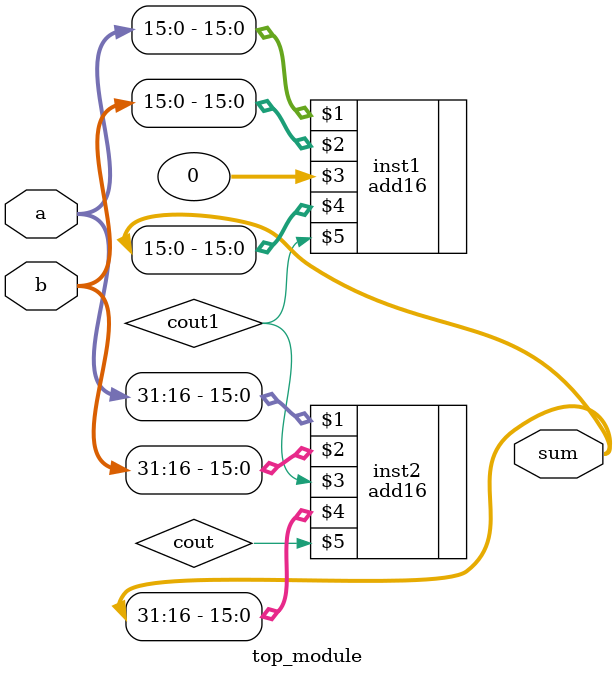
<source format=v>
module top_module(
    input [31:0] a,
    input [31:0] b,
    output [31:0] sum
);
    wire cout1,cout;
    add16 inst1( a[15:0], b[15:0],0, sum[15:0],cout1 );
    add16 inst2( a[31:16], b[31:16],cout1,sum[31:16],cout );

endmodule

</source>
